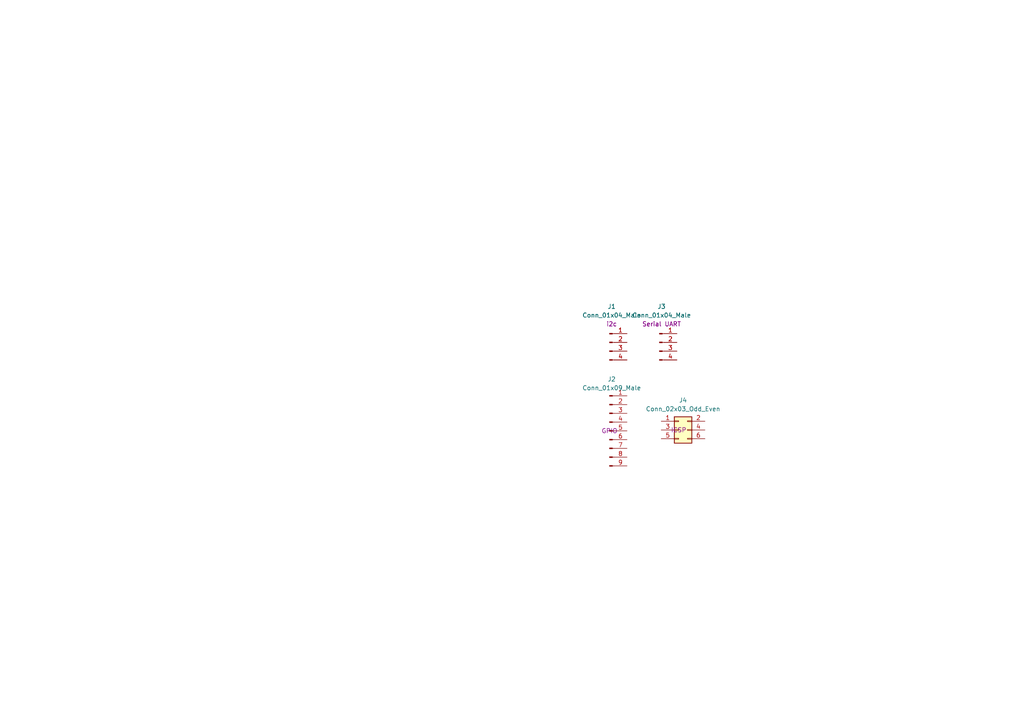
<source format=kicad_sch>
(kicad_sch (version 20211123) (generator eeschema)
  (paper "A4")
  (lib_symbols
    (symbol "Connector:Conn_01x04_Male" (pin_names (offset 1.016) hide)
      (property "Reference" "J" (at 0 5.08 0))
      (property "Value" "Conn_01x04_Male" (at 0 -7.62 0))
      (symbol "Conn_01x04_Male_1_1"
        (polyline (pts (xy 1.27 -5.08) (xy 0.8636 -5.08)) (stroke (width 0.1524)))
        (polyline (pts (xy 1.27 -2.54) (xy 0.8636 -2.54)) (stroke (width 0.1524)))
        (polyline (pts (xy 1.27 0) (xy 0.8636 0)) (stroke (width 0.1524)))
        (polyline (pts (xy 1.27 2.54) (xy 0.8636 2.54)) (stroke (width 0.1524)))
        (rectangle (start 0.8636 -4.953) (end 0 -5.207) (stroke (width 0.1524)) (fill (type outline)))
        (rectangle (start 0.8636 -2.413) (end 0 -2.667) (stroke (width 0.1524)) (fill (type outline)))
        (rectangle (start 0.8636 0.127) (end 0 -0.127) (stroke (width 0.1524)) (fill (type outline)))
        (rectangle (start 0.8636 2.667) (end 0 2.413) (stroke (width 0.1524)) (fill (type outline)))
        (pin passive line (at 5.08 2.54 180) (length 3.81) (name "Pin_1") (number "1"))
        (pin passive line (at 5.08 0 180) (length 3.81) (name "Pin_2") (number "2"))
        (pin passive line (at 5.08 -2.54 180) (length 3.81) (name "Pin_3") (number "3"))
        (pin passive line (at 5.08 -5.08 180) (length 3.81) (name "Pin_4") (number "4"))
      )
    )
    (symbol "Connector:Conn_01x09_Male" (pin_names (offset 1.016) hide)
      (property "Reference" "J" (at 0 12.7 0))
      (property "Value" "Conn_01x09_Male" (at 0 -12.7 0))
      (symbol "Conn_01x09_Male_1_1"
        (polyline (pts (xy 1.27 -10.16) (xy 0.8636 -10.16)) (stroke (width 0.1524)))
        (polyline (pts (xy 1.27 -7.62) (xy 0.8636 -7.62)) (stroke (width 0.1524)))
        (polyline (pts (xy 1.27 -5.08) (xy 0.8636 -5.08)) (stroke (width 0.1524)))
        (polyline (pts (xy 1.27 -2.54) (xy 0.8636 -2.54)) (stroke (width 0.1524)))
        (polyline (pts (xy 1.27 0) (xy 0.8636 0)) (stroke (width 0.1524)))
        (polyline (pts (xy 1.27 2.54) (xy 0.8636 2.54)) (stroke (width 0.1524)))
        (polyline (pts (xy 1.27 5.08) (xy 0.8636 5.08)) (stroke (width 0.1524)))
        (polyline (pts (xy 1.27 7.62) (xy 0.8636 7.62)) (stroke (width 0.1524)))
        (polyline (pts (xy 1.27 10.16) (xy 0.8636 10.16)) (stroke (width 0.1524)))
        (rectangle (start 0.8636 -10.033) (end 0 -10.287) (stroke (width 0.1524)) (fill (type outline)))
        (rectangle (start 0.8636 -7.493) (end 0 -7.747) (stroke (width 0.1524)) (fill (type outline)))
        (rectangle (start 0.8636 -4.953) (end 0 -5.207) (stroke (width 0.1524)) (fill (type outline)))
        (rectangle (start 0.8636 -2.413) (end 0 -2.667) (stroke (width 0.1524)) (fill (type outline)))
        (rectangle (start 0.8636 0.127) (end 0 -0.127) (stroke (width 0.1524)) (fill (type outline)))
        (rectangle (start 0.8636 2.667) (end 0 2.413) (stroke (width 0.1524)) (fill (type outline)))
        (rectangle (start 0.8636 5.207) (end 0 4.953) (stroke (width 0.1524)) (fill (type outline)))
        (rectangle (start 0.8636 7.747) (end 0 7.493) (stroke (width 0.1524)) (fill (type outline)))
        (rectangle (start 0.8636 10.287) (end 0 10.033) (stroke (width 0.1524)) (fill (type outline)))
        (pin passive line (at 5.08 10.16 180) (length 3.81) (name "Pin_1") (number "1"))
        (pin passive line (at 5.08 7.62 180) (length 3.81) (name "Pin_2") (number "2"))
        (pin passive line (at 5.08 5.08 180) (length 3.81) (name "Pin_3") (number "3"))
        (pin passive line (at 5.08 2.54 180) (length 3.81) (name "Pin_4") (number "4"))
        (pin passive line (at 5.08 0 180) (length 3.81) (name "Pin_5") (number "5"))
        (pin passive line (at 5.08 -2.54 180) (length 3.81) (name "Pin_6") (number "6"))
        (pin passive line (at 5.08 -5.08 180) (length 3.81) (name "Pin_7") (number "7"))
        (pin passive line (at 5.08 -7.62 180) (length 3.81) (name "Pin_8") (number "8"))
        (pin passive line (at 5.08 -10.16 180) (length 3.81) (name "Pin_9") (number "9"))
      )
    )
    (symbol "Connector_Generic:Conn_02x03_Odd_Even" (pin_names (offset 1.016) hide)
      (property "Reference" "J" (at 1.27 5.08 0))
      (property "Value" "Conn_02x03_Odd_Even" (at 1.27 -5.08 0))
      (symbol "Conn_02x03_Odd_Even_1_1"
        (rectangle (start -1.27 -2.413) (end 0 -2.667) (stroke (width 0.1524)))
        (rectangle (start -1.27 0.127) (end 0 -0.127) (stroke (width 0.1524)))
        (rectangle (start -1.27 2.667) (end 0 2.413) (stroke (width 0.1524)))
        (rectangle (start -1.27 3.81) (end 3.81 -3.81) (stroke (width 0.254)) (fill (type background)))
        (rectangle (start 3.81 -2.413) (end 2.54 -2.667) (stroke (width 0.1524)))
        (rectangle (start 3.81 0.127) (end 2.54 -0.127) (stroke (width 0.1524)))
        (rectangle (start 3.81 2.667) (end 2.54 2.413) (stroke (width 0.1524)))
        (pin passive line (at -5.08 2.54 0) (length 3.81) (name "Pin_1") (number "1"))
        (pin passive line (at 7.62 2.54 180) (length 3.81) (name "Pin_2") (number "2"))
        (pin passive line (at -5.08 0 0) (length 3.81) (name "Pin_3") (number "3"))
        (pin passive line (at 7.62 0 180) (length 3.81) (name "Pin_4") (number "4"))
        (pin passive line (at -5.08 -2.54 0) (length 3.81) (name "Pin_5") (number "5"))
        (pin passive line (at 7.62 -2.54 180) (length 3.81) (name "Pin_6") (number "6"))
      )
    )
  )
  (symbol (lib_id "Connector_Generic:Conn_02x03_Odd_Even") (at 196.85 124.714 0) (unit 1)
    (property "Reference" "J4" (at 198.12 116.078 0))
    (property "Value" "Conn_02x03_Odd_Even" (at 198.12 118.618 0))
    (property "Footprint" "Connector_PinHeader_2.54mm:PinHeader_2x03_P2.54mm_Vertical" (effects hide))
    (property "Purpose" "ICSP" (at 196.85 124.714 0))
  )
  (symbol (lib_id "Connector:Conn_01x09_Male") (at 176.784 124.968 0) (unit 1)
    (property "Reference" "J2" (at 177.419 109.982 0))
    (property "Value" "Conn_01x09_Male" (at 177.419 112.522 0))
    (property "Footprint" "Connector_PinHeader_2.54mm:PinHeader_1x09_P2.54mm_Vertical" (effects hide))
    (property "Purpose" "GPIO" (at 176.784 124.968 0))
  )
  (symbol (lib_id "Connector:Conn_01x04_Male") (at 191.262 99.314 0) (unit 1)
    (property "Reference" "J3" (at 191.897 88.9 0))
    (property "Value" "Conn_01x04_Male" (at 191.897 91.44 0))
    (property "Footprint" "Connector_PinHeader_2.54mm:PinHeader_1x04_P2.54mm_Vertical" (effects hide))
    (property "Purpose" "Serial UART" (at 191.897 93.98 0))
  )
  (symbol (lib_id "Connector:Conn_01x04_Male") (at 176.784 99.314 0) (unit 1)
    (property "Reference" "J1" (at 177.419 88.9 0))
    (property "Value" "Conn_01x04_Male" (at 177.419 91.44 0))
    (property "Footprint" "Connector_PinHeader_2.54mm:PinHeader_1x04_P2.54mm_Vertical" (effects hide))
    (property "Purpose" "i2c" (at 177.419 93.98 0))
  )
)
</source>
